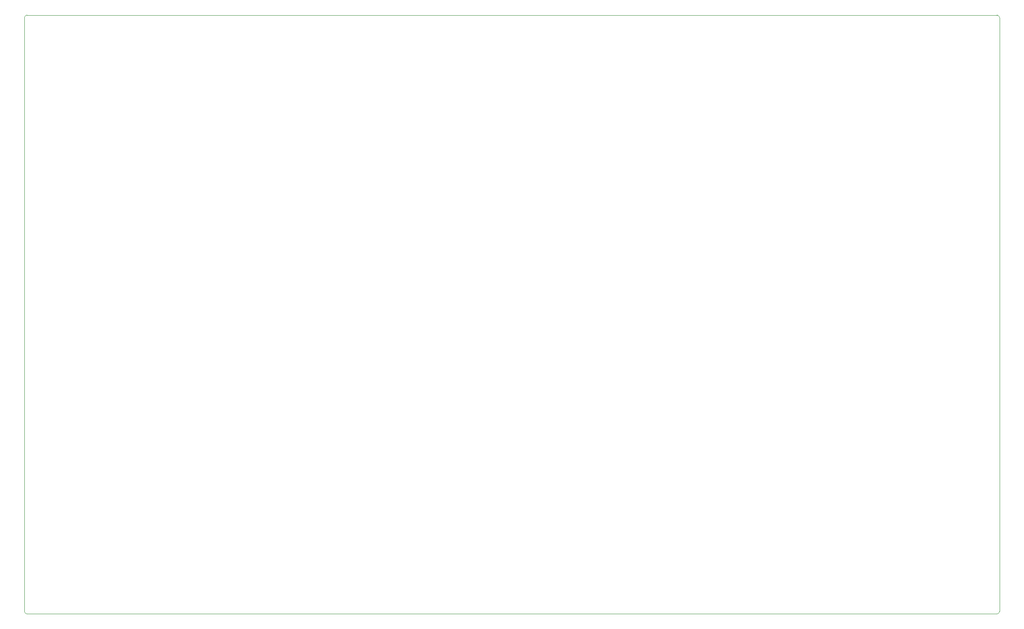
<source format=gm1>
G04 #@! TF.GenerationSoftware,KiCad,Pcbnew,(5.1.7-0-10_14)*
G04 #@! TF.CreationDate,2021-05-27T14:06:25+09:00*
G04 #@! TF.ProjectId,EiMS,45694d53-2e6b-4696-9361-645f70636258,1.0*
G04 #@! TF.SameCoordinates,Original*
G04 #@! TF.FileFunction,Profile,NP*
%FSLAX46Y46*%
G04 Gerber Fmt 4.6, Leading zero omitted, Abs format (unit mm)*
G04 Created by KiCad (PCBNEW (5.1.7-0-10_14)) date 2021-05-27 14:06:25*
%MOMM*%
%LPD*%
G01*
G04 APERTURE LIST*
G04 #@! TA.AperFunction,Profile*
%ADD10C,0.050000*%
G04 #@! TD*
G04 APERTURE END LIST*
D10*
X43500000Y-157000000D02*
X242500000Y-157000000D01*
X242500000Y-34000000D02*
X43500000Y-34000000D01*
X243000000Y-156500000D02*
X243000000Y-34500000D01*
X43000000Y-34500000D02*
X43000000Y-156500000D01*
X43000000Y-34500000D02*
G75*
G02*
X43500000Y-34000000I500000J0D01*
G01*
X43500000Y-157000000D02*
G75*
G02*
X43000000Y-156500000I0J500000D01*
G01*
X243000000Y-156500000D02*
G75*
G02*
X242500000Y-157000000I-500000J0D01*
G01*
X242500000Y-34000000D02*
G75*
G02*
X243000000Y-34500000I0J-500000D01*
G01*
M02*

</source>
